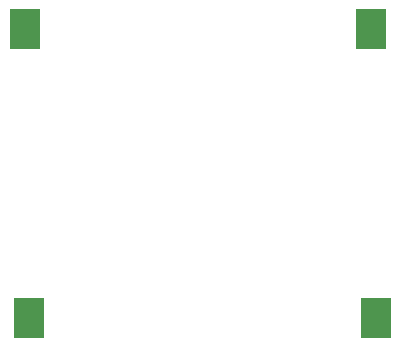
<source format=gbp>
G04 #@! TF.GenerationSoftware,KiCad,Pcbnew,7.0.10*
G04 #@! TF.CreationDate,2024-02-18T13:34:34-06:00*
G04 #@! TF.ProjectId,airplane-keychain,61697270-6c61-46e6-952d-6b6579636861,1*
G04 #@! TF.SameCoordinates,Original*
G04 #@! TF.FileFunction,Paste,Bot*
G04 #@! TF.FilePolarity,Positive*
%FSLAX46Y46*%
G04 Gerber Fmt 4.6, Leading zero omitted, Abs format (unit mm)*
G04 Created by KiCad (PCBNEW 7.0.10) date 2024-02-18 13:34:34*
%MOMM*%
%LPD*%
G01*
G04 APERTURE LIST*
%ADD10R,2.540000X3.510000*%
G04 APERTURE END LIST*
D10*
X145100000Y-85800000D03*
X115740000Y-85800000D03*
X145500000Y-110300000D03*
X116140000Y-110300000D03*
M02*

</source>
